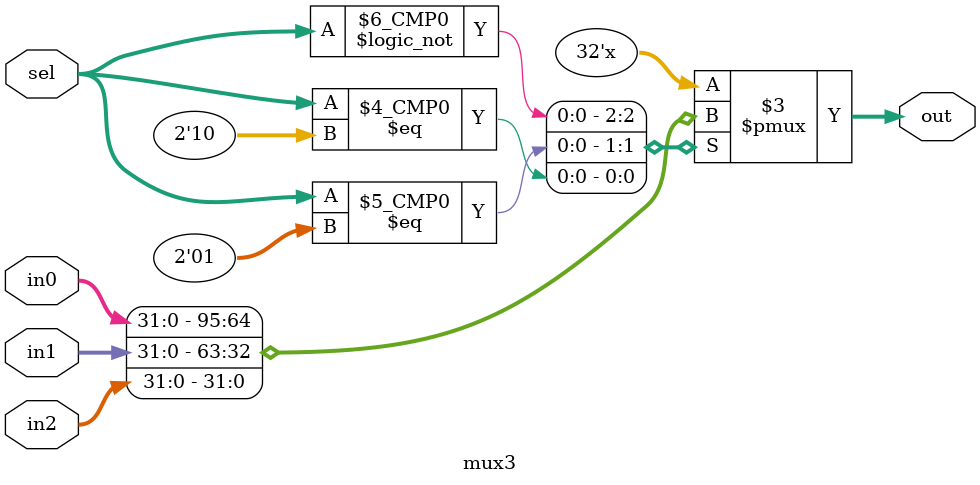
<source format=sv>
module mux3 #(
    DATA_WIDTH = 32
)(
    input  logic [DATA_WIDTH-1:0] in0,
    input  logic [DATA_WIDTH-1:0] in1,
    input  logic [DATA_WIDTH-1:0] in2,
    input  logic [1:0]            sel,
    output logic [DATA_WIDTH-1:0] out
);

always_comb begin
    case(sel)
        2'b00: out = in0;
        2'b01: out = in1;
        2'b10: out = in2;
        default $display("Invalid ResultSrc");
    endcase
end

endmodule

</source>
